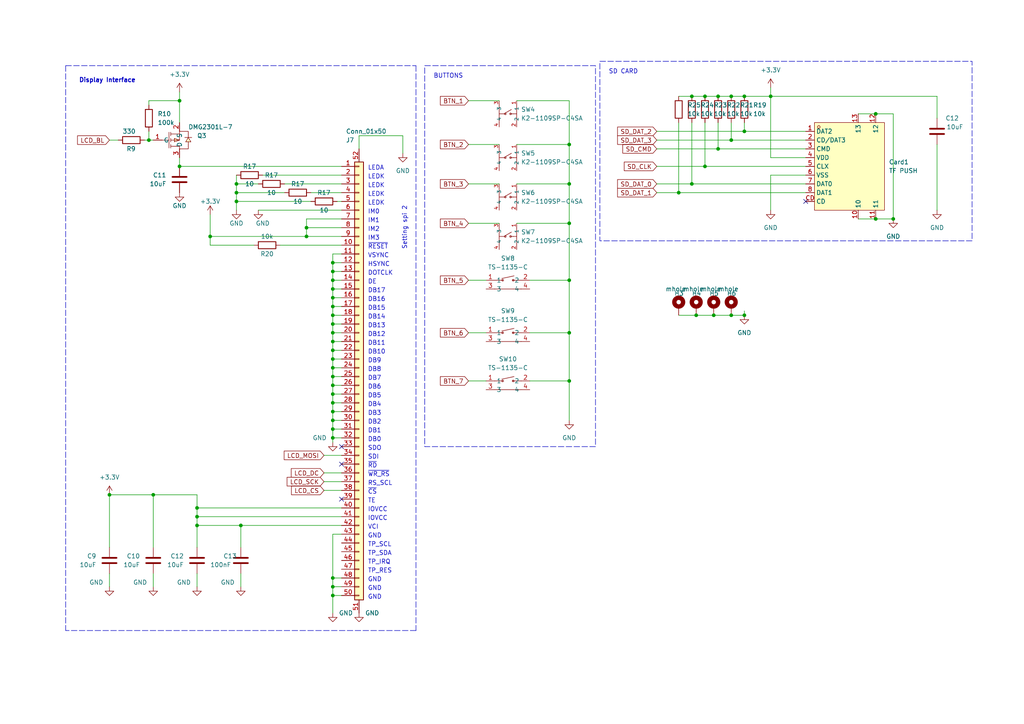
<source format=kicad_sch>
(kicad_sch (version 20230121) (generator eeschema)
  (paper "A4")
  (lib_symbols
    (symbol "Device:C" (pin_numbers hide) (pin_names (offset 0.254))
      (property "Reference" "C" (at 0.635 2.54 0))
      (property "Value" "C" (at 0.635 -2.54 0))
      (symbol "C_0_1"
        (polyline (pts (xy -2.032 -0.762) (xy 2.032 -0.762)) (stroke (width 0.508)))
        (polyline (pts (xy -2.032 0.762) (xy 2.032 0.762)) (stroke (width 0.508)))
      )
      (symbol "C_1_1"
        (pin passive line (at 0 3.81 270) (length 2.794) (name "~") (number "1"))
        (pin passive line (at 0 -3.81 90) (length 2.794) (name "~") (number "2"))
      )
    )
    (symbol "Device:R" (pin_numbers hide) (pin_names (offset 0))
      (property "Reference" "R" (at 2.032 0 90))
      (property "Value" "R" (at 0 0 90))
      (symbol "R_0_1"
        (rectangle (start -1.016 -2.54) (end 1.016 2.54) (stroke (width 0.254)))
      )
      (symbol "R_1_1"
        (pin passive line (at 0 3.81 270) (length 1.27) (name "~") (number "1"))
        (pin passive line (at 0 -3.81 90) (length 1.27) (name "~") (number "2"))
      )
    )
    (symbol "Mechanical:MountingHole_Pad" (pin_numbers hide) (pin_names (offset 1.016) hide)
      (property "Reference" "H" (at 0 6.35 0))
      (property "Value" "MountingHole_Pad" (at 0 4.445 0))
      (symbol "MountingHole_Pad_0_1"
        (circle (center 0 1.27) (radius 1.27) (stroke (width 1.27)))
      )
      (symbol "MountingHole_Pad_1_1"
        (pin input line (at 0 -2.54 90) (length 2.54) (name "1") (number "1"))
      )
    )
    (symbol "easyedaToKicad:DMG2301L-7"
      (property "Reference" "Q" (at 0 10.16 0))
      (property "Value" "DMG2301L-7" (at 0 -10.16 0))
      (symbol "DMG2301L-7_0_1"
        (polyline (pts (xy -2.54 0) (xy -0.51 0)))
        (polyline (pts (xy -0.51 2.29) (xy -0.51 -2.29)))
        (polyline (pts (xy 0 -2.29) (xy 0 -1.27)))
        (polyline (pts (xy 0 -0.51) (xy 0 0.51)))
        (polyline (pts (xy 0 2.29) (xy 0 1.27)))
        (polyline (pts (xy 2.54 -1.78) (xy 0 -1.78)))
        (polyline (pts (xy 2.54 0) (xy 1.02 0.51) (xy 1.02 -0.51) (xy 2.54 0)) (fill (type background)))
        (polyline (pts (xy 4.06 -0.76) (xy 4.57 -0.76) (xy 5.59 -0.76) (xy 6.1 -0.76)))
        (polyline (pts (xy 5.08 -0.76) (xy 5.84 0.51) (xy 4.32 0.51) (xy 5.08 -0.76)) (fill (type background)))
        (polyline (pts (xy 0 0) (xy 2.54 0) (xy 2.54 -2.54) (xy 5.08 -2.54) (xy 5.08 -0.76)))
        (polyline (pts (xy 0 1.78) (xy 2.54 1.78) (xy 2.54 2.54) (xy 5.08 2.54) (xy 5.08 0.51)))
        (pin unspecified line (at -5.08 0 0) (length 2.54) (name "G") (number "1"))
        (pin unspecified line (at 2.54 -5.08 90) (length 2.54) (name "S") (number "2"))
        (pin unspecified line (at 2.54 5.08 270) (length 2.54) (name "D") (number "3"))
      )
    )
    (symbol "easyedaToKicad:K2-1109SP-C4SA"
      (property "Reference" "SW4" (at 1.27 -3.81 90))
      (property "Value" "K2-1109SP-C4SA" (at -1.27 -3.81 90))
      (symbol "K2-1109SP-C4SA_0_1"
        (circle (center 0 -0.76) (radius 0.25))
        (polyline (pts (xy 0 -2.54) (xy 0 -1.52)))
        (polyline (pts (xy 0 -1.52) (xy 0 -0.76)))
        (polyline (pts (xy 0 2.54) (xy 0 0.76)))
        (polyline (pts (xy 1.27 -1.02) (xy 0.25 0.76)))
        (polyline (pts (xy 2.54 -2.54) (xy -2.54 -2.54)))
        (polyline (pts (xy 2.54 2.54) (xy -2.54 2.54)))
        (circle (center 0 0.76) (radius 0.25))
      )
      (symbol "K2-1109SP-C4SA_1_1"
        (pin unspecified line (at 3.81 -2.54 180) (length 1.2) (name "1") (number "1"))
        (pin unspecified line (at -3.81 -2.54 0) (length 1.2) (name "2") (number "2"))
        (pin unspecified line (at 3.81 2.54 180) (length 1.2) (name "3") (number "3"))
        (pin unspecified line (at -3.81 2.54 0) (length 1.25) (name "4") (number "4"))
      )
    )
    (symbol "easyedaToKicad:TFPUSH"
      (property "Reference" "Card1" (at 13.97 1.27 0))
      (property "Value" "TF PUSH" (at 13.97 -1.27 0))
      (symbol "TFPUSH_0_1"
        (rectangle (start -7.62 12.7) (end 12.7 -12.7) (fill (type background)))
        (circle (center -6.35 11.43) (radius 0.38))
        (pin unspecified line (at -10.16 10.16 0) (length 2.54) (name "DAT2") (number "1"))
        (pin unspecified line (at 5.08 -15.24 90) (length 2.54) (name "10") (number "10"))
        (pin unspecified line (at 10.16 -15.24 90) (length 2.54) (name "11") (number "11"))
        (pin unspecified line (at 10.16 15.24 270) (length 2.54) (name "12") (number "12"))
        (pin unspecified line (at 5.08 15.24 270) (length 2.54) (name "13") (number "13"))
        (pin unspecified line (at -10.16 7.62 0) (length 2.54) (name "CD/DAT3") (number "2"))
        (pin unspecified line (at -10.16 5.08 0) (length 2.54) (name "CMD") (number "3"))
        (pin unspecified line (at -10.16 2.54 0) (length 2.54) (name "VDD") (number "4"))
        (pin unspecified line (at -10.16 0 0) (length 2.54) (name "CLX") (number "5"))
        (pin unspecified line (at -10.16 -2.54 0) (length 2.54) (name "VSS") (number "6"))
        (pin unspecified line (at -10.16 -5.08 0) (length 2.54) (name "DAT0") (number "7"))
        (pin unspecified line (at -10.16 -7.62 0) (length 2.54) (name "DAT1") (number "8"))
      )
      (symbol "TFPUSH_1_1"
        (pin unspecified line (at -10.16 -10.16 0) (length 2.54) (name "CD") (number "CD"))
      )
    )
    (symbol "easyedaToKicad:TS-1135-C"
      (property "Reference" "SW" (at 0 6.35 0))
      (property "Value" "TS-1135-C" (at 0 -6.35 0))
      (symbol "TS-1135-C_0_1"
        (circle (center -1.52 1.27) (radius 0.25))
        (polyline (pts (xy -3.81 -1.27) (xy 3.81 -1.27)))
        (polyline (pts (xy -3.81 1.27) (xy -1.52 1.27)))
        (polyline (pts (xy -1.78 1.78) (xy 1.78 2.54)))
        (polyline (pts (xy 1.27 1.27) (xy 3.81 1.27)))
        (circle (center 1.52 1.27) (radius 0.25))
        (pin unspecified line (at -6.35 1.27 0) (length 2.54) (name "1") (number "1"))
        (pin unspecified line (at 6.35 1.27 180) (length 2.54) (name "2") (number "2"))
        (pin unspecified line (at -6.35 -1.27 0) (length 2.54) (name "3") (number "3"))
        (pin unspecified line (at 6.35 -1.27 180) (length 2.54) (name "4") (number "4"))
      )
    )
    (symbol "omoteLib:Conn_01x50" (pin_names (offset 1.016) hide)
      (property "Reference" "J8" (at -6.35 67.31 0))
      (property "Value" "Conn_01x50" (at -6.35 64.77 0))
      (symbol "Conn_01x50_1_1"
        (rectangle (start -1.27 -63.373) (end 0 -63.627) (stroke (width 0.1524)))
        (rectangle (start -1.27 -60.833) (end 0 -61.087) (stroke (width 0.1524)))
        (rectangle (start -1.27 -58.293) (end 0 -58.547) (stroke (width 0.1524)))
        (rectangle (start -1.27 -55.753) (end 0 -56.007) (stroke (width 0.1524)))
        (rectangle (start -1.27 -53.213) (end 0 -53.467) (stroke (width 0.1524)))
        (rectangle (start -1.27 -50.673) (end 0 -50.927) (stroke (width 0.1524)))
        (rectangle (start -1.27 -48.133) (end 0 -48.387) (stroke (width 0.1524)))
        (rectangle (start -1.27 -45.593) (end 0 -45.847) (stroke (width 0.1524)))
        (rectangle (start -1.27 -43.053) (end 0 -43.307) (stroke (width 0.1524)))
        (rectangle (start -1.27 -40.513) (end 0 -40.767) (stroke (width 0.1524)))
        (rectangle (start -1.27 -37.973) (end 0 -38.227) (stroke (width 0.1524)))
        (rectangle (start -1.27 -35.433) (end 0 -35.687) (stroke (width 0.1524)))
        (rectangle (start -1.27 -32.893) (end 0 -33.147) (stroke (width 0.1524)))
        (rectangle (start -1.27 -30.353) (end 0 -30.607) (stroke (width 0.1524)))
        (rectangle (start -1.27 -27.813) (end 0 -28.067) (stroke (width 0.1524)))
        (rectangle (start -1.27 -25.273) (end 0 -25.527) (stroke (width 0.1524)))
        (rectangle (start -1.27 -22.733) (end 0 -22.987) (stroke (width 0.1524)))
        (rectangle (start -1.27 -20.193) (end 0 -20.447) (stroke (width 0.1524)))
        (rectangle (start -1.27 -17.653) (end 0 -17.907) (stroke (width 0.1524)))
        (rectangle (start -1.27 -15.113) (end 0 -15.367) (stroke (width 0.1524)))
        (rectangle (start -1.27 -12.573) (end 0 -12.827) (stroke (width 0.1524)))
        (rectangle (start -1.27 -10.033) (end 0 -10.287) (stroke (width 0.1524)))
        (rectangle (start -1.27 -7.493) (end 0 -7.747) (stroke (width 0.1524)))
        (rectangle (start -1.27 -4.953) (end 0 -5.207) (stroke (width 0.1524)))
        (rectangle (start -1.27 -2.413) (end 0 -2.667) (stroke (width 0.1524)))
        (rectangle (start -1.27 0.127) (end 0 -0.127) (stroke (width 0.1524)))
        (rectangle (start -1.27 2.667) (end 0 2.413) (stroke (width 0.1524)))
        (rectangle (start -1.27 5.207) (end 0 4.953) (stroke (width 0.1524)))
        (rectangle (start -1.27 7.747) (end 0 7.493) (stroke (width 0.1524)))
        (rectangle (start -1.27 10.287) (end 0 10.033) (stroke (width 0.1524)))
        (rectangle (start -1.27 12.827) (end 0 12.573) (stroke (width 0.1524)))
        (rectangle (start -1.27 15.367) (end 0 15.113) (stroke (width 0.1524)))
        (rectangle (start -1.27 17.907) (end 0 17.653) (stroke (width 0.1524)))
        (rectangle (start -1.27 20.447) (end 0 20.193) (stroke (width 0.1524)))
        (rectangle (start -1.27 22.987) (end 0 22.733) (stroke (width 0.1524)))
        (rectangle (start -1.27 25.527) (end 0 25.273) (stroke (width 0.1524)))
        (rectangle (start -1.27 28.067) (end 0 27.813) (stroke (width 0.1524)))
        (rectangle (start -1.27 30.607) (end 0 30.353) (stroke (width 0.1524)))
        (rectangle (start -1.27 33.147) (end 0 32.893) (stroke (width 0.1524)))
        (rectangle (start -1.27 35.687) (end 0 35.433) (stroke (width 0.1524)))
        (rectangle (start -1.27 38.227) (end 0 37.973) (stroke (width 0.1524)))
        (rectangle (start -1.27 40.767) (end 0 40.513) (stroke (width 0.1524)))
        (rectangle (start -1.27 43.307) (end 0 43.053) (stroke (width 0.1524)))
        (rectangle (start -1.27 45.847) (end 0 45.593) (stroke (width 0.1524)))
        (rectangle (start -1.27 48.387) (end 0 48.133) (stroke (width 0.1524)))
        (rectangle (start -1.27 50.927) (end 0 50.673) (stroke (width 0.1524)))
        (rectangle (start -1.27 53.467) (end 0 53.213) (stroke (width 0.1524)))
        (rectangle (start -1.27 56.007) (end 0 55.753) (stroke (width 0.1524)))
        (rectangle (start -1.27 58.547) (end 0 58.293) (stroke (width 0.1524)))
        (rectangle (start -1.27 61.087) (end 0 60.833) (stroke (width 0.1524)))
        (rectangle (start -1.27 62.23) (end 1.27 -64.77) (stroke (width 0.254)) (fill (type background)))
        (pin passive line (at -5.08 60.96 0) (length 3.81) (name "Pin_1") (number "1"))
        (pin passive line (at -5.08 38.1 0) (length 3.81) (name "Pin_10") (number "10"))
        (pin passive line (at -5.08 35.56 0) (length 3.81) (name "Pin_11") (number "11"))
        (pin passive line (at -5.08 33.02 0) (length 3.81) (name "Pin_12") (number "12"))
        (pin passive line (at -5.08 30.48 0) (length 3.81) (name "Pin_13") (number "13"))
        (pin passive line (at -5.08 27.94 0) (length 3.81) (name "Pin_14") (number "14"))
        (pin passive line (at -5.08 25.4 0) (length 3.81) (name "Pin_15") (number "15"))
        (pin passive line (at -5.08 22.86 0) (length 3.81) (name "Pin_16") (number "16"))
        (pin passive line (at -5.08 20.32 0) (length 3.81) (name "Pin_17") (number "17"))
        (pin passive line (at -5.08 17.78 0) (length 3.81) (name "Pin_18") (number "18"))
        (pin passive line (at -5.08 15.24 0) (length 3.81) (name "Pin_19") (number "19"))
        (pin passive line (at -5.08 58.42 0) (length 3.81) (name "Pin_2") (number "2"))
        (pin passive line (at -5.08 12.7 0) (length 3.81) (name "Pin_20") (number "20"))
        (pin passive line (at -5.08 10.16 0) (length 3.81) (name "Pin_21") (number "21"))
        (pin passive line (at -5.08 7.62 0) (length 3.81) (name "Pin_22") (number "22"))
        (pin passive line (at -5.08 5.08 0) (length 3.81) (name "Pin_23") (number "23"))
        (pin passive line (at -5.08 2.54 0) (length 3.81) (name "Pin_24") (number "24"))
        (pin passive line (at -5.08 0 0) (length 3.81) (name "Pin_25") (number "25"))
        (pin passive line (at -5.08 -2.54 0) (length 3.81) (name "Pin_26") (number "26"))
        (pin passive line (at -5.08 -5.08 0) (length 3.81) (name "Pin_27") (number "27"))
        (pin passive line (at -5.08 -7.62 0) (length 3.81) (name "Pin_28") (number "28"))
        (pin passive line (at -5.08 -10.16 0) (length 3.81) (name "Pin_29") (number "29"))
        (pin passive line (at -5.08 55.88 0) (length 3.81) (name "Pin_3") (number "3"))
        (pin passive line (at -5.08 -12.7 0) (length 3.81) (name "Pin_30") (number "30"))
        (pin passive line (at -5.08 -15.24 0) (length 3.81) (name "Pin_31") (number "31"))
        (pin passive line (at -5.08 -17.78 0) (length 3.81) (name "Pin_32") (number "32"))
        (pin passive line (at -5.08 -20.32 0) (length 3.81) (name "Pin_33") (number "33"))
        (pin passive line (at -5.08 -22.86 0) (length 3.81) (name "Pin_34") (number "34"))
        (pin passive line (at -5.08 -25.4 0) (length 3.81) (name "Pin_35") (number "35"))
        (pin passive line (at -5.08 -27.94 0) (length 3.81) (name "Pin_36") (number "36"))
        (pin passive line (at -5.08 -30.48 0) (length 3.81) (name "Pin_37") (number "37"))
        (pin passive line (at -5.08 -33.02 0) (length 3.81) (name "Pin_38") (number "38"))
        (pin passive line (at -5.08 -35.56 0) (length 3.81) (name "Pin_39") (number "39"))
        (pin passive line (at -5.08 53.34 0) (length 3.81) (name "Pin_4") (number "4"))
        (pin passive line (at -5.08 -38.1 0) (length 3.81) (name "Pin_40") (number "40"))
        (pin passive line (at -5.08 -40.64 0) (length 3.81) (name "Pin_41") (number "41"))
        (pin passive line (at -5.08 -43.18 0) (length 3.81) (name "Pin_41") (number "42"))
        (pin passive line (at -5.08 -45.72 0) (length 3.81) (name "Pin_43") (number "43"))
        (pin passive line (at -5.08 -48.26 0) (length 3.81) (name "Pin_44") (number "44"))
        (pin passive line (at -5.08 -50.8 0) (length 3.81) (name "Pin_45") (number "45"))
        (pin passive line (at -5.08 -53.34 0) (length 3.81) (name "Pin_46") (number "46"))
        (pin passive line (at -5.08 -55.88 0) (length 3.81) (name "Pin_47") (number "47"))
        (pin passive line (at -5.08 -58.42 0) (length 3.81) (name "Pin_48") (number "48"))
        (pin passive line (at -5.08 -60.96 0) (length 3.81) (name "Pin_49") (number "49"))
        (pin passive line (at -5.08 50.8 0) (length 3.81) (name "Pin_5") (number "5"))
        (pin passive line (at -5.08 -63.5 0) (length 3.81) (name "Pin_50") (number "50"))
        (pin passive line (at 0 -68.58 90) (length 3.81) (name "MP") (number "51"))
        (pin passive line (at 0 66.04 270) (length 3.81) (name "MP") (number "52"))
        (pin passive line (at -5.08 48.26 0) (length 3.81) (name "Pin_6") (number "6"))
        (pin passive line (at -5.08 45.72 0) (length 3.81) (name "Pin_7") (number "7"))
        (pin passive line (at -5.08 43.18 0) (length 3.81) (name "Pin_8") (number "8"))
        (pin passive line (at -5.08 40.64 0) (length 3.81) (name "Pin_9") (number "9"))
      )
    )
    (symbol "power:+3.3V" (power) (pin_names (offset 0))
      (property "Value" "+3.3V" (at 0 3.556 0))
      (symbol "+3.3V_0_1"
        (polyline (pts (xy -0.762 1.27) (xy 0 2.54)))
        (polyline (pts (xy 0 0) (xy 0 2.54)))
        (polyline (pts (xy 0 2.54) (xy 0.762 1.27)))
      )
      (symbol "+3.3V_1_1"
        (pin power_in line (at 0 0 90) (length 0) hide (name "+3.3V") (number "1"))
      )
    )
    (symbol "power:GND" (power) (pin_names (offset 0))
      (property "Value" "GND" (at 0 -3.81 0))
      (symbol "GND_0_1"
        (polyline (pts (xy 0 0) (xy 0 -1.27) (xy 1.27 -1.27) (xy 0 -2.54) (xy -1.27 -1.27) (xy 0 -1.27)))
      )
      (symbol "GND_1_1"
        (pin power_in line (at 0 0 270) (length 0) hide (name "GND") (number "1"))
      )
    )
  )
  (junction (at 96.52 167.64))
  (junction (at 57.15 149.86))
  (junction (at 31.75 143.51))
  (junction (at 96.52 76.2))
  (junction (at 68.58 55.88))
  (junction (at 68.58 58.42))
  (junction (at 215.9 27.94))
  (junction (at 96.52 114.3))
  (junction (at 215.9 38.1))
  (junction (at 208.28 43.18))
  (junction (at 204.47 48.26))
  (junction (at 88.9 66.04))
  (junction (at 96.52 170.18))
  (junction (at 96.52 93.98))
  (junction (at 44.45 143.51))
  (junction (at 68.58 53.34))
  (junction (at 96.52 83.82))
  (junction (at 196.85 55.88))
  (junction (at 254 63.5))
  (junction (at 96.52 99.06))
  (junction (at 165.1 81.28))
  (junction (at 96.52 104.14))
  (junction (at 204.47 27.94))
  (junction (at 96.52 86.36))
  (junction (at 96.52 109.22))
  (junction (at 165.1 41.91))
  (junction (at 43.18 40.64))
  (junction (at 165.1 96.52))
  (junction (at 52.07 29.21))
  (junction (at 165.1 53.34))
  (junction (at 96.52 111.76))
  (junction (at 200.66 53.34))
  (junction (at 96.52 88.9))
  (junction (at 212.09 91.44))
  (junction (at 52.07 48.26))
  (junction (at 96.52 127))
  (junction (at 165.1 110.49))
  (junction (at 96.52 119.38))
  (junction (at 96.52 81.28))
  (junction (at 96.52 106.68))
  (junction (at 69.85 152.4))
  (junction (at 215.9 91.44))
  (junction (at 96.52 78.74))
  (junction (at 60.96 68.58))
  (junction (at 96.52 172.72))
  (junction (at 208.28 27.94))
  (junction (at 96.52 116.84))
  (junction (at 165.1 64.77))
  (junction (at 254 33.02))
  (junction (at 207.01 91.44))
  (junction (at 88.9 68.58))
  (junction (at 212.09 40.64))
  (junction (at 201.93 91.44))
  (junction (at 200.66 27.94))
  (junction (at 96.52 121.92))
  (junction (at 57.15 147.32))
  (junction (at 96.52 91.44))
  (junction (at 96.52 124.46))
  (junction (at 96.52 96.52))
  (junction (at 57.15 152.4))
  (junction (at 223.52 27.94))
  (junction (at 259.08 63.5))
  (junction (at 212.09 27.94))
  (junction (at 96.52 101.6))
  (no_connect (at 233.68 58.42))
  (no_connect (at 99.06 144.78))
  (no_connect (at 99.06 134.62))
  (no_connect (at 99.06 129.54))
  (wire (pts (xy 190.5 48.26) (xy 204.47 48.26)))
  (wire (pts (xy 135.89 81.28) (xy 140.97 81.28)))
  (wire (pts (xy 88.9 66.04) (xy 88.9 63.5)))
  (wire (pts (xy 96.52 119.38) (xy 99.06 119.38)))
  (wire (pts (xy 259.08 33.02) (xy 259.08 63.5)))
  (wire (pts (xy 149.86 41.91) (xy 165.1 41.91)))
  (wire (pts (xy 31.75 143.51) (xy 44.45 143.51)))
  (wire (pts (xy 96.52 114.3) (xy 96.52 116.84)))
  (wire (pts (xy 96.52 172.72) (xy 96.52 177.8)))
  (wire (pts (xy 200.66 27.94) (xy 204.47 27.94)))
  (wire (pts (xy 96.52 93.98) (xy 96.52 96.52)))
  (wire (pts (xy 116.84 44.45) (xy 116.84 39.37)))
  (wire (pts (xy 96.52 76.2) (xy 96.52 78.74)))
  (wire (pts (xy 99.06 170.18) (xy 96.52 170.18)))
  (wire (pts (xy 96.52 91.44) (xy 96.52 93.98)))
  (wire (pts (xy 52.07 29.21) (xy 52.07 35.56)))
  (wire (pts (xy 41.91 40.64) (xy 43.18 40.64)))
  (wire (pts (xy 208.28 27.94) (xy 212.09 27.94)))
  (wire (pts (xy 52.07 26.67) (xy 52.07 29.21)))
  (wire (pts (xy 212.09 27.94) (xy 215.9 27.94)))
  (wire (pts (xy 208.28 43.18) (xy 233.68 43.18)))
  (wire (pts (xy 254 63.5) (xy 259.08 63.5)))
  (wire (pts (xy 200.66 53.34) (xy 233.68 53.34)))
  (wire (pts (xy 196.85 55.88) (xy 233.68 55.88)))
  (wire (pts (xy 149.86 64.77) (xy 165.1 64.77)))
  (wire (pts (xy 57.15 149.86) (xy 99.06 149.86)))
  (wire (pts (xy 82.55 53.34) (xy 99.06 53.34)))
  (wire (pts (xy 135.89 110.49) (xy 140.97 110.49)))
  (wire (pts (xy 96.52 91.44) (xy 99.06 91.44)))
  (wire (pts (xy 223.52 25.4) (xy 223.52 27.94)))
  (polyline (pts (xy 120.65 19.05) (xy 120.65 182.88)) (stroke (width 0) (type dash)))
  (wire (pts (xy 74.93 60.96) (xy 99.06 60.96)))
  (wire (pts (xy 204.47 35.56) (xy 204.47 48.26)))
  (wire (pts (xy 99.06 68.58) (xy 88.9 68.58)))
  (wire (pts (xy 90.17 58.42) (xy 68.58 58.42)))
  (wire (pts (xy 223.52 50.8) (xy 233.68 50.8)))
  (wire (pts (xy 104.14 39.37) (xy 104.14 43.18)))
  (wire (pts (xy 90.17 55.88) (xy 99.06 55.88)))
  (wire (pts (xy 96.52 127) (xy 99.06 127)))
  (wire (pts (xy 99.06 154.94) (xy 96.52 154.94)))
  (wire (pts (xy 165.1 81.28) (xy 165.1 96.52)))
  (wire (pts (xy 248.92 33.02) (xy 254 33.02)))
  (wire (pts (xy 149.86 53.34) (xy 165.1 53.34)))
  (wire (pts (xy 96.52 119.38) (xy 96.52 121.92)))
  (wire (pts (xy 96.52 81.28) (xy 99.06 81.28)))
  (wire (pts (xy 196.85 91.44) (xy 201.93 91.44)))
  (wire (pts (xy 88.9 68.58) (xy 88.9 66.04)))
  (wire (pts (xy 254 33.02) (xy 259.08 33.02)))
  (wire (pts (xy 96.52 116.84) (xy 96.52 119.38)))
  (wire (pts (xy 52.07 48.26) (xy 99.06 48.26)))
  (wire (pts (xy 96.52 88.9) (xy 99.06 88.9)))
  (wire (pts (xy 96.52 76.2) (xy 99.06 76.2)))
  (wire (pts (xy 57.15 152.4) (xy 69.85 152.4)))
  (wire (pts (xy 153.67 81.28) (xy 165.1 81.28)))
  (wire (pts (xy 69.85 158.75) (xy 69.85 152.4)))
  (wire (pts (xy 96.52 83.82) (xy 96.52 86.36)))
  (wire (pts (xy 68.58 55.88) (xy 82.55 55.88)))
  (wire (pts (xy 204.47 27.94) (xy 208.28 27.94)))
  (wire (pts (xy 165.1 110.49) (xy 165.1 121.92)))
  (wire (pts (xy 96.52 88.9) (xy 96.52 91.44)))
  (wire (pts (xy 57.15 147.32) (xy 99.06 147.32)))
  (wire (pts (xy 96.52 73.66) (xy 96.52 76.2)))
  (wire (pts (xy 96.52 96.52) (xy 96.52 99.06)))
  (wire (pts (xy 68.58 58.42) (xy 68.58 60.96)))
  (wire (pts (xy 96.52 86.36) (xy 96.52 88.9)))
  (wire (pts (xy 165.1 29.21) (xy 149.86 29.21)))
  (wire (pts (xy 96.52 101.6) (xy 99.06 101.6)))
  (wire (pts (xy 96.52 99.06) (xy 96.52 101.6)))
  (wire (pts (xy 93.98 132.08) (xy 99.06 132.08)))
  (wire (pts (xy 200.66 35.56) (xy 200.66 53.34)))
  (wire (pts (xy 57.15 152.4) (xy 57.15 158.75)))
  (wire (pts (xy 204.47 48.26) (xy 233.68 48.26)))
  (wire (pts (xy 43.18 29.21) (xy 43.18 30.48)))
  (wire (pts (xy 96.52 111.76) (xy 99.06 111.76)))
  (wire (pts (xy 207.01 91.44) (xy 212.09 91.44)))
  (wire (pts (xy 99.06 63.5) (xy 88.9 63.5)))
  (wire (pts (xy 96.52 78.74) (xy 96.52 81.28)))
  (wire (pts (xy 96.52 167.64) (xy 96.52 170.18)))
  (wire (pts (xy 57.15 143.51) (xy 57.15 147.32)))
  (wire (pts (xy 135.89 96.52) (xy 140.97 96.52)))
  (wire (pts (xy 68.58 55.88) (xy 68.58 58.42)))
  (wire (pts (xy 60.96 71.12) (xy 73.66 71.12)))
  (wire (pts (xy 135.89 41.91) (xy 144.78 41.91)))
  (wire (pts (xy 96.52 96.52) (xy 99.06 96.52)))
  (wire (pts (xy 69.85 152.4) (xy 99.06 152.4)))
  (wire (pts (xy 223.52 45.72) (xy 233.68 45.72)))
  (wire (pts (xy 196.85 35.56) (xy 196.85 55.88)))
  (wire (pts (xy 57.15 149.86) (xy 57.15 147.32)))
  (wire (pts (xy 99.06 58.42) (xy 97.79 58.42)))
  (wire (pts (xy 223.52 60.96) (xy 223.52 50.8)))
  (wire (pts (xy 116.84 39.37) (xy 104.14 39.37)))
  (wire (pts (xy 68.58 53.34) (xy 68.58 55.88)))
  (wire (pts (xy 96.52 81.28) (xy 96.52 83.82)))
  (polyline (pts (xy 120.65 182.88) (xy 19.05 182.88)) (stroke (width 0) (type dash)))
  (wire (pts (xy 190.5 53.34) (xy 200.66 53.34)))
  (wire (pts (xy 96.52 106.68) (xy 96.52 109.22)))
  (wire (pts (xy 44.45 166.37) (xy 44.45 170.18)))
  (wire (pts (xy 99.06 167.64) (xy 96.52 167.64)))
  (wire (pts (xy 96.52 99.06) (xy 99.06 99.06)))
  (wire (pts (xy 96.52 116.84) (xy 99.06 116.84)))
  (wire (pts (xy 60.96 68.58) (xy 60.96 71.12)))
  (wire (pts (xy 215.9 38.1) (xy 233.68 38.1)))
  (wire (pts (xy 93.98 142.24) (xy 99.06 142.24)))
  (wire (pts (xy 165.1 53.34) (xy 165.1 64.77)))
  (wire (pts (xy 96.52 124.46) (xy 99.06 124.46)))
  (wire (pts (xy 57.15 152.4) (xy 57.15 149.86)))
  (wire (pts (xy 96.52 104.14) (xy 99.06 104.14)))
  (polyline (pts (xy 19.05 19.05) (xy 19.05 182.88)) (stroke (width 0) (type dash)))
  (wire (pts (xy 165.1 64.77) (xy 165.1 81.28)))
  (wire (pts (xy 271.78 27.94) (xy 223.52 27.94)))
  (wire (pts (xy 212.09 91.44) (xy 215.9 91.44)))
  (wire (pts (xy 190.5 43.18) (xy 208.28 43.18)))
  (wire (pts (xy 271.78 27.94) (xy 271.78 34.29)))
  (wire (pts (xy 31.75 166.37) (xy 31.75 170.18)))
  (wire (pts (xy 60.96 62.23) (xy 60.96 68.58)))
  (wire (pts (xy 69.85 166.37) (xy 69.85 170.18)))
  (wire (pts (xy 31.75 143.51) (xy 31.75 158.75)))
  (wire (pts (xy 96.52 170.18) (xy 96.52 172.72)))
  (wire (pts (xy 96.52 124.46) (xy 96.52 127)))
  (wire (pts (xy 96.52 93.98) (xy 99.06 93.98)))
  (wire (pts (xy 212.09 40.64) (xy 233.68 40.64)))
  (wire (pts (xy 43.18 29.21) (xy 52.07 29.21)))
  (wire (pts (xy 93.98 139.7) (xy 99.06 139.7)))
  (wire (pts (xy 96.52 114.3) (xy 99.06 114.3)))
  (wire (pts (xy 190.5 55.88) (xy 196.85 55.88)))
  (wire (pts (xy 96.52 109.22) (xy 99.06 109.22)))
  (wire (pts (xy 60.96 68.58) (xy 88.9 68.58)))
  (wire (pts (xy 96.52 121.92) (xy 96.52 124.46)))
  (wire (pts (xy 153.67 110.49) (xy 165.1 110.49)))
  (wire (pts (xy 96.52 78.74) (xy 99.06 78.74)))
  (wire (pts (xy 165.1 96.52) (xy 165.1 110.49)))
  (wire (pts (xy 153.67 96.52) (xy 165.1 96.52)))
  (wire (pts (xy 96.52 83.82) (xy 99.06 83.82)))
  (wire (pts (xy 215.9 35.56) (xy 215.9 38.1)))
  (wire (pts (xy 99.06 66.04) (xy 88.9 66.04)))
  (wire (pts (xy 96.52 104.14) (xy 96.52 106.68)))
  (wire (pts (xy 212.09 35.56) (xy 212.09 40.64)))
  (wire (pts (xy 96.52 128.27) (xy 96.52 127)))
  (wire (pts (xy 165.1 29.21) (xy 165.1 41.91)))
  (wire (pts (xy 135.89 64.77) (xy 144.78 64.77)))
  (wire (pts (xy 248.92 63.5) (xy 254 63.5)))
  (wire (pts (xy 196.85 27.94) (xy 200.66 27.94)))
  (polyline (pts (xy 19.05 19.05) (xy 120.65 19.05)) (stroke (width 0) (type dash)))
  (wire (pts (xy 96.52 106.68) (xy 99.06 106.68)))
  (wire (pts (xy 96.52 109.22) (xy 96.52 111.76)))
  (wire (pts (xy 201.93 91.44) (xy 207.01 91.44)))
  (wire (pts (xy 68.58 50.8) (xy 68.58 53.34)))
  (wire (pts (xy 96.52 86.36) (xy 99.06 86.36)))
  (wire (pts (xy 68.58 53.34) (xy 74.93 53.34)))
  (wire (pts (xy 43.18 38.1) (xy 43.18 40.64)))
  (wire (pts (xy 31.75 40.64) (xy 34.29 40.64)))
  (wire (pts (xy 44.45 40.64) (xy 43.18 40.64)))
  (wire (pts (xy 99.06 172.72) (xy 96.52 172.72)))
  (wire (pts (xy 99.06 50.8) (xy 76.2 50.8)))
  (wire (pts (xy 135.89 53.34) (xy 144.78 53.34)))
  (wire (pts (xy 215.9 91.44) (xy 215.9 90.17)))
  (wire (pts (xy 52.07 45.72) (xy 52.07 48.26)))
  (wire (pts (xy 96.52 111.76) (xy 96.52 114.3)))
  (wire (pts (xy 190.5 40.64) (xy 212.09 40.64)))
  (wire (pts (xy 96.52 121.92) (xy 99.06 121.92)))
  (wire (pts (xy 81.28 71.12) (xy 99.06 71.12)))
  (wire (pts (xy 208.28 35.56) (xy 208.28 43.18)))
  (wire (pts (xy 96.52 73.66) (xy 99.06 73.66)))
  (wire (pts (xy 271.78 41.91) (xy 271.78 60.96)))
  (wire (pts (xy 57.15 166.37) (xy 57.15 170.18)))
  (wire (pts (xy 44.45 143.51) (xy 57.15 143.51)))
  (wire (pts (xy 93.98 137.16) (xy 99.06 137.16)))
  (wire (pts (xy 215.9 27.94) (xy 223.52 27.94)))
  (wire (pts (xy 165.1 41.91) (xy 165.1 53.34)))
  (wire (pts (xy 96.52 101.6) (xy 96.52 104.14)))
  (wire (pts (xy 135.89 29.21) (xy 144.78 29.21)))
  (wire (pts (xy 223.52 27.94) (xy 223.52 45.72)))
  (wire (pts (xy 96.52 154.94) (xy 96.52 167.64)))
  (wire (pts (xy 190.5 38.1) (xy 215.9 38.1)))
  (wire (pts (xy 44.45 143.51) (xy 44.45 158.75)))
  (rectangle (start 123.19 19.05) (end 172.72 129.54) (stroke (width 0) (type dash)))
  (rectangle (start 173.99 17.78) (end 281.94 69.85) (stroke (width 0) (type dash)))
  (text "DB1" (at 106.68 125.73 0) (effects (font (size 1.27 1.27)) (justify left bottom)))
  (text "DB10" (at 106.68 102.87 0) (effects (font (size 1.27 1.27)) (justify left bottom)))
  (text "TP_IRQ" (at 106.68 163.83 0) (effects (font (size 1.27 1.27)) (justify left bottom)))
  (text "TE" (at 106.68 146.05 0) (effects (font (size 1.27 1.27)) (justify left bottom)))
  (text "DB9" (at 106.68 105.41 0) (effects (font (size 1.27 1.27)) (justify left bottom)))
  (text "DB2" (at 106.68 123.19 0) (effects (font (size 1.27 1.27)) (justify left bottom)))
  (text "~{CS}" (at 106.68 143.51 0) (effects (font (size 1.27 1.27)) (justify left bottom)))
  (text "TP_SDA" (at 106.68 161.29 0) (effects (font (size 1.27 1.27)) (justify left bottom)))
  (text "IM0" (at 106.68 62.23 0) (effects (font (size 1.27 1.27)) (justify left bottom)))
  (text "Setting spi 2" (at 118.11 59.69 90) (effects (font (size 1.27 1.27)) (justify right bottom)))
  (text "RS_SCL" (at 106.68 140.97 0) (effects (font (size 1.27 1.27)) (justify left bottom)))
  (text "Display Interface" (at 22.86 24.13 0) (effects (font (size 1.27 1.27) (thickness 0.254) bold) (justify left bottom)))
  (text "DOTCLK" (at 106.68 80.01 0) (effects (font (size 1.27 1.27)) (justify left bottom)))
  (text "DB13" (at 106.68 95.25 0) (effects (font (size 1.27 1.27)) (justify left bottom)))
  (text "DE" (at 106.68 82.55 0) (effects (font (size 1.27 1.27)) (justify left bottom)))
  (text "DB7" (at 106.68 110.49 0) (effects (font (size 1.27 1.27)) (justify left bottom)))
  (text "GND" (at 106.68 156.21 0) (effects (font (size 1.27 1.27)) (justify left bottom)))
  (text "IOVCC" (at 106.68 151.13 0) (effects (font (size 1.27 1.27)) (justify left bottom)))
  (text "IM3" (at 106.68 69.85 0) (effects (font (size 1.27 1.27)) (justify left bottom)))
  (text "DB17" (at 106.68 85.09 0) (effects (font (size 1.27 1.27)) (justify left bottom)))
  (text "DB15" (at 106.68 90.17 0) (effects (font (size 1.27 1.27)) (justify left bottom)))
  (text "SD CARD\n" (at 176.53 21.59 0) (effects (font (size 1.27 1.27)) (justify left bottom)))
  (text "LEDK" (at 106.68 52.07 0) (effects (font (size 1.27 1.27)) (justify left bottom)))
  (text "LEDK" (at 106.68 57.15 0) (effects (font (size 1.27 1.27)) (justify left bottom)))
  (text "IM1" (at 106.68 64.77 0) (effects (font (size 1.27 1.27)) (justify left bottom)))
  (text "DB8" (at 106.68 107.95 0) (effects (font (size 1.27 1.27)) (justify left bottom)))
  (text "GND" (at 106.68 168.91 0) (effects (font (size 1.27 1.27)) (justify left bottom)))
  (text "GND" (at 106.68 171.45 0) (effects (font (size 1.27 1.27)) (justify left bottom)))
  (text "DB3" (at 106.68 120.65 0) (effects (font (size 1.27 1.27)) (justify left bottom)))
  (text "DB4" (at 106.68 118.11 0) (effects (font (size 1.27 1.27)) (justify left bottom)))
  (text "DB14" (at 106.68 92.71 0) (effects (font (size 1.27 1.27)) (justify left bottom)))
  (text "DB16" (at 106.68 87.63 0) (effects (font (size 1.27 1.27)) (justify left bottom)))
  (text "VCI" (at 106.68 153.67 0) (effects (font (size 1.27 1.27)) (justify left bottom)))
  (text "DB6" (at 106.68 113.03 0) (effects (font (size 1.27 1.27)) (justify left bottom)))
  (text "SDI" (at 106.68 133.35 0) (effects (font (size 1.27 1.27)) (justify left bottom)))
  (text "LEDK" (at 106.68 59.69 0) (effects (font (size 1.27 1.27)) (justify left bottom)))
  (text "~{WR_RS}" (at 106.68 138.43 0) (effects (font (size 1.27 1.27)) (justify left bottom)))
  (text "LEDK" (at 106.68 54.61 0) (effects (font (size 1.27 1.27)) (justify left bottom)))
  (text "SDO" (at 106.68 130.81 0) (effects (font (size 1.27 1.27)) (justify left bottom)))
  (text "TP_RES" (at 106.68 166.37 0) (effects (font (size 1.27 1.27)) (justify left bottom)))
  (text "VSYNC" (at 106.68 74.93 0) (effects (font (size 1.27 1.27)) (justify left bottom)))
  (text "DB12" (at 106.68 97.79 0) (effects (font (size 1.27 1.27)) (justify left bottom)))
  (text "DB5" (at 106.68 115.57 0) (effects (font (size 1.27 1.27)) (justify left bottom)))
  (text "~{RESET}" (at 106.68 72.39 0) (effects (font (size 1.27 1.27)) (justify left bottom)))
  (text "GND" (at 106.68 173.99 0) (effects (font (size 1.27 1.27)) (justify left bottom)))
  (text "HSYNC" (at 106.68 77.47 0) (effects (font (size 1.27 1.27)) (justify left bottom)))
  (text "~{RD}" (at 106.68 135.89 0) (effects (font (size 1.27 1.27)) (justify left bottom)))
  (text "IM2" (at 106.68 67.31 0) (effects (font (size 1.27 1.27)) (justify left bottom)))
  (text "TP_SCL" (at 106.68 158.75 0) (effects (font (size 1.27 1.27)) (justify left bottom)))
  (text "BUTTONS\n" (at 125.73 22.86 0) (effects (font (size 1.27 1.27)) (justify left bottom)))
  (text "LEDA" (at 106.68 49.53 0) (effects (font (size 1.27 1.27)) (justify left bottom)))
  (text "DB11" (at 106.68 100.33 0) (effects (font (size 1.27 1.27)) (justify left bottom)))
  (text "IOVCC" (at 106.68 148.59 0) (effects (font (size 1.27 1.27)) (justify left bottom)))
  (text "DB0" (at 106.68 128.27 0) (effects (font (size 1.27 1.27)) (justify left bottom)))
  (global_label "BTN_5" (shape input) (at 135.89 81.28 180) (property "Intersheetrefs" "${INTERSHEET_REFS}" (effects hide)))
  (global_label "BTN_2" (shape input) (at 135.89 41.91 180) (property "Intersheetrefs" "${INTERSHEET_REFS}" (effects hide)))
  (global_label "SD_CLK" (shape input) (at 190.5 48.26 180) (property "Intersheetrefs" "${INTERSHEET_REFS}" (effects hide)))
  (global_label "SD_CMD" (shape input) (at 190.5 43.18 180) (property "Intersheetrefs" "${INTERSHEET_REFS}" (effects hide)))
  (global_label "BTN_6" (shape input) (at 135.89 96.52 180) (property "Intersheetrefs" "${INTERSHEET_REFS}" (effects hide)))
  (global_label "BTN_4" (shape input) (at 135.89 64.77 180) (property "Intersheetrefs" "${INTERSHEET_REFS}" (effects hide)))
  (global_label "SD_DAT_1" (shape input) (at 190.5 55.88 180) (property "Intersheetrefs" "${INTERSHEET_REFS}" (effects hide)))
  (global_label "SD_DAT_2" (shape input) (at 190.5 38.1 180) (property "Intersheetrefs" "${INTERSHEET_REFS}" (effects hide)))
  (global_label "BTN_3" (shape input) (at 135.89 53.34 180) (property "Intersheetrefs" "${INTERSHEET_REFS}" (effects hide)))
  (global_label "BTN_1" (shape input) (at 135.89 29.21 180) (property "Intersheetrefs" "${INTERSHEET_REFS}" (effects hide)))
  (global_label "LCD_MOSI" (shape input) (at 93.98 132.08 180) (property "Intersheetrefs" "${INTERSHEET_REFS}" (effects hide)))
  (global_label "LCD_DC" (shape input) (at 93.98 137.16 180) (property "Intersheetrefs" "${INTERSHEET_REFS}" (effects hide)))
  (global_label "SD_DAT_3" (shape input) (at 190.5 40.64 180) (property "Intersheetrefs" "${INTERSHEET_REFS}" (effects hide)))
  (global_label "LCD_BL" (shape input) (at 31.75 40.64 180) (property "Intersheetrefs" "${INTERSHEET_REFS}" (effects hide)))
  (global_label "SD_DAT_0" (shape input) (at 190.5 53.34 180) (property "Intersheetrefs" "${INTERSHEET_REFS}" (effects hide)))
  (global_label "BTN_7" (shape input) (at 135.89 110.49 180) (property "Intersheetrefs" "${INTERSHEET_REFS}" (effects hide)))
  (global_label "LCD_SCK" (shape input) (at 93.98 139.7 180) (property "Intersheetrefs" "${INTERSHEET_REFS}" (effects hide)))
  (global_label "LCD_CS" (shape input) (at 93.98 142.24 180) (property "Intersheetrefs" "${INTERSHEET_REFS}" (effects hide)))
  (symbol (lib_id "Mechanical:MountingHole_Pad") (at 201.93 88.9 0) (unit 1)
    (property "Reference" "H4" (at 200.66 85.09 0) (effects (justify left)))
    (property "Value" "mhole" (at 198.12 83.82 0) (effects (justify left)))
    (property "Footprint" "MountingHole:MountingHole_3.2mm_M3_ISO7380_Pad" (effects hide))
  )
  (symbol (lib_id "Device:R") (at 78.74 53.34 270) (unit 1)
    (property "Reference" "R17" (at 78.74 50.8 90))
    (property "Value" "10" (at 78.74 55.88 90))
    (property "Footprint" "Resistor_SMD:R_0603_1608Metric" (effects hide))
    (instances (project "Untitled" (path "" (reference "R17") (unit 1)) (path "" (reference "R2") (unit 1))) (project "Remote" (path "" (reference "R17") (unit 1))))
  )
  (symbol (lib_id "power:GND") (at 116.84 44.45 0) (unit 1)
    (property "Reference" "#PWR07" (effects hide))
    (property "Value" "GND" (at 116.84 49.53 0))
  )
  (symbol (lib_id "easyedaToKicad:TS-1135-C") (at 147.32 82.55 0) (unit 1)
    (property "Reference" "SW8" (at 147.32 74.93 0))
    (property "Value" "TS-1135-C" (at 147.32 77.47 0))
    (property "Footprint" "easyeda2kicad:SW-SMD_YIYUAN_YTS-B017-2H" (effects hide))
    (property "LCSC Part" "C519275" (effects hide))
  )
  (symbol (lib_id "power:GND") (at 57.15 170.18 0) (unit 1)
    (property "Reference" "#PWR041" (effects hide))
    (property "Value" "GND" (at 53.34 168.91 0))
    (instances (project "Untitled" (path "" (reference "#PWR041") (unit 1)) (path "" (reference "#PWR069") (unit 1))) (project "Remote" (path "" (reference "#PWR038") (unit 1))))
  )
  (symbol (lib_id "Device:R") (at 77.47 71.12 90) (mirror x) (unit 1)
    (property "Reference" "R20" (at 77.47 73.66 90))
    (property "Value" "10k" (at 77.47 68.58 90))
    (property "Footprint" "Resistor_SMD:R_0603_1608Metric" (effects hide))
    (instances (project "Untitled" (path "" (reference "R20") (unit 1)) (path "" (reference "R40") (unit 1))) (project "Remote" (path "" (reference "R19") (unit 1))))
  )
  (symbol (lib_id "power:GND") (at 259.08 63.5 0) (mirror y) (unit 1)
    (property "Reference" "#PWR022" (effects hide))
    (property "Value" "GND" (at 259.08 68.58 0))
    (instances (project "Untitled" (path "" (reference "#PWR022") (unit 1)) (path "" (reference "#PWR074") (unit 1))))
  )
  (symbol (lib_id "Device:R") (at 208.28 31.75 180) (unit 1)
    (property "Reference" "R22" (at 210.82 30.4799 0) (effects (justify right)))
    (property "Value" "10k" (at 210.82 33.0199 0) (effects (justify right)))
    (property "Footprint" "Resistor_SMD:R_0603_1608Metric" (effects hide))
    (instances (project "Untitled" (path "" (reference "R22") (unit 1)) (path "" (reference "R29") (unit 1))) (project "Remote" (path "" (reference "R26") (unit 1))))
  )
  (symbol (lib_id "Device:C") (at 52.07 52.07 0) (mirror x) (unit 1)
    (property "Reference" "C11" (at 48.26 50.8 0) (effects (justify right)))
    (property "Value" "10uF" (at 48.26 53.3399 0) (effects (justify right)))
    (property "Footprint" "Capacitor_SMD:C_0805_2012Metric" (effects hide))
    (instances (project "Untitled" (path "" (reference "C11") (unit 1)) (path "" (reference "C18") (unit 1))) (project "Remote" (path "" (reference "C16") (unit 1))))
  )
  (symbol (lib_id "Device:R") (at 38.1 40.64 270) (mirror x) (unit 1)
    (property "Reference" "R9" (at 39.37 43.18 90) (effects (justify right)))
    (property "Value" "330" (at 39.37 38.1 90) (effects (justify right)))
    (property "Footprint" "Resistor_SMD:R_0603_1608Metric" (effects hide))
    (instances (project "Untitled" (path "" (reference "R9") (unit 1)) (path "" (reference "R32") (unit 1))) (project "Remote" (path "" (reference "R29") (unit 1))))
  )
  (symbol (lib_id "power:+3.3V") (at 60.96 62.23 0) (unit 1)
    (property "Reference" "#PWR019" (effects hide))
    (property "Value" "+3.3V" (at 60.96 58.42 0))
  )
  (symbol (lib_id "power:GND") (at 31.75 170.18 0) (unit 1)
    (property "Reference" "#PWR033" (effects hide))
    (property "Value" "GND" (at 27.94 168.91 0))
    (instances (project "Untitled" (path "" (reference "#PWR033") (unit 1)) (path "" (reference "#PWR059") (unit 1))) (project "Remote" (path "" (reference "#PWR040") (unit 1))))
  )
  (symbol (lib_id "easyedaToKicad:K2-1109SP-C4SA") (at 147.32 33.02 90) (unit 1)
    (property "Reference" "SW4" (at 151.13 31.75 90) (effects (justify right)))
    (property "Value" "K2-1109SP-C4SA" (at 151.13 34.29 90) (effects (justify right)))
    (property "Footprint" "easyeda2kicad:KEY-SMD_4P-L4.5-W4.5-P3.00-LS7.0" (effects hide))
    (property "Datasheet" "https://lcsc.com/product-detail/Tactile-Switches_4-5mm-4-5mm-4-8mm_C92570.html" (effects hide))
    (property "LCSC Part" "C92570" (effects hide))
  )
  (symbol (lib_id "easyedaToKicad:DMG2301L-7") (at 49.53 40.64 0) (mirror x) (unit 1)
    (property "Reference" "Q3" (at 57.15 39.37 0) (effects (justify left)))
    (property "Value" "DMG2301L-7" (at 54.61 36.83 0) (effects (justify left)))
    (property "Footprint" "easyeda2kicad:SOT-23-3_L2.9-W1.3-P1.90-LS2.4-BR" (effects hide))
    (property "Datasheet" "https://lcsc.com/product-detail/MOSFET_DIODES_DMG2301L-7_DMG2301L-7_C102619.html" (effects hide))
    (property "LCSC Part" "C102619" (effects hide))
  )
  (symbol (lib_id "easyedaToKicad:K2-1109SP-C4SA") (at 147.32 45.72 90) (unit 1)
    (property "Reference" "SW5" (at 151.13 44.45 90) (effects (justify right)))
    (property "Value" "K2-1109SP-C4SA" (at 151.13 46.99 90) (effects (justify right)))
    (property "Footprint" "easyeda2kicad:KEY-SMD_4P-L4.5-W4.5-P3.00-LS7.0" (effects hide))
    (property "Datasheet" "https://lcsc.com/product-detail/Tactile-Switches_4-5mm-4-5mm-4-8mm_C92570.html" (effects hide))
    (property "LCSC Part" "C92570" (effects hide))
  )
  (symbol (lib_id "power:GND") (at 96.52 128.27 0) (mirror y) (unit 1)
    (property "Reference" "#PWR047" (effects hide))
    (property "Value" "GND" (at 92.71 127 0))
    (instances (project "Untitled" (path "" (reference "#PWR047") (unit 1)) (path "" (reference "#PWR075") (unit 1))) (project "Remote" (path "" (reference "#PWR037") (unit 1))))
  )
  (symbol (lib_id "Device:R") (at 86.36 55.88 270) (unit 1)
    (property "Reference" "R17" (at 86.36 53.34 90))
    (property "Value" "10" (at 86.36 58.42 90))
    (property "Footprint" "Resistor_SMD:R_0603_1608Metric" (effects hide))
    (instances (project "Untitled" (path "" (reference "R17") (unit 1)) (path "" (reference "R11") (unit 1))) (project "Remote" (path "" (reference "R17") (unit 1))))
  )
  (symbol (lib_id "Device:C") (at 69.85 162.56 0) (mirror y) (unit 1)
    (property "Reference" "C13" (at 64.77 161.29 0) (effects (justify right)))
    (property "Value" "100nF" (at 60.96 163.83 0) (effects (justify right)))
    (property "Footprint" "Capacitor_SMD:C_0603_1608Metric" (effects hide))
    (instances (project "Untitled" (path "" (reference "C13") (unit 1)) (path "" (reference "C20") (unit 1))) (project "Remote" (path "" (reference "C9") (unit 1))))
  )
  (symbol (lib_id "easyedaToKicad:TS-1135-C") (at 147.32 97.79 0) (unit 1)
    (property "Reference" "SW9" (at 147.32 90.17 0))
    (property "Value" "TS-1135-C" (at 147.32 92.71 0))
    (property "Footprint" "easyeda2kicad:SW-SMD_YIYUAN_YTS-B017-2H" (effects hide))
    (property "LCSC Part" "C519275" (effects hide))
  )
  (symbol (lib_id "power:GND") (at 52.07 55.88 0) (unit 1)
    (property "Reference" "#PWR038" (effects hide))
    (property "Value" "GND" (at 52.07 59.69 0))
    (instances (project "Untitled" (path "" (reference "#PWR038") (unit 1)) (path "" (reference "#PWR067") (unit 1))) (project "Remote" (path "" (reference "#PWR0134") (unit 1))))
  )
  (symbol (lib_id "power:GND") (at 104.14 177.8 0) (unit 1)
    (property "Reference" "#PWR049" (effects hide))
    (property "Value" "GND" (at 107.95 177.8 0))
    (instances (project "Untitled" (path "" (reference "#PWR049") (unit 1)) (path "" (reference "#PWR077") (unit 1))) (project "Remote" (path "" (reference "#PWR0106") (unit 1))))
  )
  (symbol (lib_id "Device:R") (at 215.9 31.75 180) (unit 1)
    (property "Reference" "R19" (at 218.44 30.4799 0) (effects (justify right)))
    (property "Value" "10k" (at 218.44 33.0199 0) (effects (justify right)))
    (property "Footprint" "Resistor_SMD:R_0603_1608Metric" (effects hide))
    (instances (project "Untitled" (path "" (reference "R19") (unit 1)) (path "" (reference "R31") (unit 1))) (project "Remote" (path "" (reference "R26") (unit 1))))
  )
  (symbol (lib_id "power:GND") (at 44.45 170.18 0) (unit 1)
    (property "Reference" "#PWR036" (effects hide))
    (property "Value" "GND" (at 40.64 168.91 0))
    (instances (project "Untitled" (path "" (reference "#PWR036") (unit 1)) (path "" (reference "#PWR065") (unit 1))) (project "Remote" (path "" (reference "#PWR039") (unit 1))))
  )
  (symbol (lib_id "Device:R") (at 196.85 31.75 180) (unit 1)
    (property "Reference" "R25" (at 199.39 30.4799 0) (effects (justify right)))
    (property "Value" "10k" (at 199.39 33.0199 0) (effects (justify right)))
    (property "Footprint" "Resistor_SMD:R_0603_1608Metric" (effects hide))
    (instances (project "Untitled" (path "" (reference "R25") (unit 1)) (path "" (reference "R26") (unit 1))) (project "Remote" (path "" (reference "R26") (unit 1))))
  )
  (symbol (lib_id "Device:C") (at 44.45 162.56 0) (mirror x) (unit 1)
    (property "Reference" "C10" (at 40.64 161.2899 0) (effects (justify right)))
    (property "Value" "10uF" (at 40.64 163.8299 0) (effects (justify right)))
    (property "Footprint" "Capacitor_SMD:C_0805_2012Metric" (effects hide))
    (instances (project "Untitled" (path "" (reference "C10") (unit 1)) (path "" (reference "C17") (unit 1))) (project "Remote" (path "" (reference "C8") (unit 1))))
  )
  (symbol (lib_id "easyedaToKicad:TS-1135-C") (at 147.32 111.76 0) (unit 1)
    (property "Reference" "SW10" (at 147.32 104.14 0))
    (property "Value" "TS-1135-C" (at 147.32 106.68 0))
    (property "Footprint" "easyeda2kicad:SW-SMD_YIYUAN_YTS-B017-2H" (effects hide))
    (property "LCSC Part" "C519275" (effects hide))
  )
  (symbol (lib_id "Device:R") (at 200.66 31.75 180) (unit 1)
    (property "Reference" "R24" (at 203.2 30.4799 0) (effects (justify right)))
    (property "Value" "10k" (at 203.2 33.0199 0) (effects (justify right)))
    (property "Footprint" "Resistor_SMD:R_0603_1608Metric" (effects hide))
    (instances (project "Untitled" (path "" (reference "R24") (unit 1)) (path "" (reference "R27") (unit 1))) (project "Remote" (path "" (reference "R26") (unit 1))))
  )
  (symbol (lib_id "omoteLib:Conn_01x50") (at 104.14 109.22 0) (unit 1)
    (property "Reference" "J7" (at 100.33 40.64 0) (effects (justify left)))
    (property "Value" "Conn_01x50" (at 100.33 38.1 0) (effects (justify left)))
    (property "Footprint" "easyeda2kicad:FPC-SMD_AFC01-S50FCC-00" (effects hide))
    (instances (project "Untitled" (path "" (reference "J7") (unit 1)) (path "" (reference "J8") (unit 1))) (project "Remote" (path "" (reference "J2") (unit 1))))
  )
  (symbol (lib_id "Device:C") (at 31.75 162.56 0) (mirror x) (unit 1)
    (property "Reference" "C9" (at 27.94 161.29 0) (effects (justify right)))
    (property "Value" "10uF" (at 27.94 163.8299 0) (effects (justify right)))
    (property "Footprint" "Capacitor_SMD:C_0805_2012Metric" (effects hide))
    (instances (project "Untitled" (path "" (reference "C9") (unit 1)) (path "" (reference "C16") (unit 1))) (project "Remote" (path "" (reference "C7") (unit 1))))
  )
  (symbol (lib_id "power:+3.3V") (at 223.52 25.4 0) (unit 1)
    (property "Reference" "#PWR030" (effects hide))
    (property "Value" "+3.3V" (at 223.52 20.32 0))
    (instances (project "Untitled" (path "" (reference "#PWR030") (unit 1)) (path "" (reference "#PWR043") (unit 1))))
  )
  (symbol (lib_id "power:GND") (at 74.93 60.96 0) (unit 1)
    (property "Reference" "#PWR045" (effects hide))
    (property "Value" "GND" (at 76.2 64.77 0))
    (instances (project "Untitled" (path "" (reference "#PWR045") (unit 1)) (path "" (reference "#PWR072") (unit 1))) (project "Remote" (path "" (reference "#PWR0131") (unit 1))))
  )
  (symbol (lib_id "power:GND") (at 96.52 177.8 0) (unit 1)
    (property "Reference" "#PWR048" (effects hide))
    (property "Value" "GND" (at 100.33 177.8 0))
    (instances (project "Untitled" (path "" (reference "#PWR048") (unit 1)) (path "" (reference "#PWR076") (unit 1))) (project "Remote" (path "" (reference "#PWR0125") (unit 1))))
  )
  (symbol (lib_id "power:GND") (at 68.58 60.96 0) (unit 1)
    (property "Reference" "#PWR038" (effects hide))
    (property "Value" "GND" (at 68.58 64.77 0))
    (instances (project "Untitled" (path "" (reference "#PWR038") (unit 1)) (path "" (reference "#PWR031") (unit 1))) (project "Remote" (path "" (reference "#PWR0134") (unit 1))))
  )
  (symbol (lib_id "Mechanical:MountingHole_Pad") (at 196.85 88.9 0) (unit 1)
    (property "Reference" "H3" (at 195.58 85.09 0) (effects (justify left)))
    (property "Value" "mhole" (at 193.04 83.82 0) (effects (justify left)))
    (property "Footprint" "MountingHole:MountingHole_3.2mm_M3_ISO7380_Pad" (effects hide))
  )
  (symbol (lib_id "power:GND") (at 215.9 91.44 0) (unit 1)
    (property "Reference" "#PWR011" (effects hide))
    (property "Value" "GND" (at 215.9 96.52 0))
  )
  (symbol (lib_id "easyedaToKicad:TFPUSH") (at 243.84 48.26 0) (unit 1)
    (property "Reference" "Card1" (at 257.81 46.99 0) (effects (justify left)))
    (property "Value" "TF PUSH" (at 257.81 49.53 0) (effects (justify left)))
    (property "Footprint" "easyeda2kicad:TF-SMD_TF-PUSH" (effects hide))
    (property "Datasheet" "https://lcsc.com/product-detail/Connector-Card-Sockets_SHOU-HAN-SHOU-HAN-TFDeck-TF-Deck_C393941.html" (effects hide))
    (property "LCSC Part" "C393941" (effects hide))
  )
  (symbol (lib_id "easyedaToKicad:K2-1109SP-C4SA") (at 147.32 57.15 90) (unit 1)
    (property "Reference" "SW6" (at 151.13 55.88 90) (effects (justify right)))
    (property "Value" "K2-1109SP-C4SA" (at 151.13 58.42 90) (effects (justify right)))
    (property "Footprint" "easyeda2kicad:KEY-SMD_4P-L4.5-W4.5-P3.00-LS7.0" (effects hide))
    (property "Datasheet" "https://lcsc.com/product-detail/Tactile-Switches_4-5mm-4-5mm-4-8mm_C92570.html" (effects hide))
    (property "LCSC Part" "C92570" (effects hide))
  )
  (symbol (lib_id "Device:C") (at 271.78 38.1 0) (mirror x) (unit 1)
    (property "Reference" "C12" (at 278.13 34.29 0) (effects (justify right)))
    (property "Value" "10uF" (at 279.4 36.83 0) (effects (justify right)))
    (property "Footprint" "Capacitor_SMD:C_0805_2012Metric" (effects hide))
    (instances (project "Untitled" (path "" (reference "C12") (unit 1)) (path "" (reference "C15") (unit 1))) (project "Remote" (path "" (reference "C25") (unit 1))))
  )
  (symbol (lib_id "Device:R") (at 212.09 31.75 180) (unit 1)
    (property "Reference" "R21" (at 214.63 30.4799 0) (effects (justify right)))
    (property "Value" "10k" (at 214.63 33.0199 0) (effects (justify right)))
    (property "Footprint" "Resistor_SMD:R_0603_1608Metric" (effects hide))
    (instances (project "Untitled" (path "" (reference "R21") (unit 1)) (path "" (reference "R30") (unit 1))) (project "Remote" (path "" (reference "R26") (unit 1))))
  )
  (symbol (lib_id "Mechanical:MountingHole_Pad") (at 207.01 88.9 0) (unit 1)
    (property "Reference" "H5" (at 205.74 85.09 0) (effects (justify left)))
    (property "Value" "mhole" (at 203.2 83.82 0) (effects (justify left)))
    (property "Footprint" "MountingHole:MountingHole_3.2mm_M3_ISO7380_Pad" (effects hide))
  )
  (symbol (lib_id "power:+3.3V") (at 31.75 143.51 0) (unit 1)
    (property "Reference" "#PWR030" (effects hide))
    (property "Value" "+3.3V" (at 31.75 138.43 0))
    (instances (project "Untitled" (path "" (reference "#PWR030") (unit 1)) (path "" (reference "#PWR042") (unit 1))))
  )
  (symbol (lib_id "Device:C") (at 57.15 162.56 0) (mirror x) (unit 1)
    (property "Reference" "C12" (at 53.34 161.2899 0) (effects (justify right)))
    (property "Value" "10uF" (at 53.34 163.8299 0) (effects (justify right)))
    (property "Footprint" "Capacitor_SMD:C_0805_2012Metric" (effects hide))
    (instances (project "Untitled" (path "" (reference "C12") (unit 1)) (path "" (reference "C19") (unit 1))) (project "Remote" (path "" (reference "C25") (unit 1))))
  )
  (symbol (lib_id "easyedaToKicad:K2-1109SP-C4SA") (at 147.32 68.58 90) (unit 1)
    (property "Reference" "SW7" (at 151.13 67.31 90) (effects (justify right)))
    (property "Value" "K2-1109SP-C4SA" (at 151.13 69.85 90) (effects (justify right)))
    (property "Footprint" "easyeda2kicad:KEY-SMD_4P-L4.5-W4.5-P3.00-LS7.0" (effects hide))
    (property "Datasheet" "https://lcsc.com/product-detail/Tactile-Switches_4-5mm-4-5mm-4-8mm_C92570.html" (effects hide))
    (property "LCSC Part" "C92570" (effects hide))
  )
  (symbol (lib_id "Device:R") (at 204.47 31.75 180) (unit 1)
    (property "Reference" "R23" (at 207.01 30.4799 0) (effects (justify right)))
    (property "Value" "10k" (at 207.01 33.0199 0) (effects (justify right)))
    (property "Footprint" "Resistor_SMD:R_0603_1608Metric" (effects hide))
    (instances (project "Untitled" (path "" (reference "R23") (unit 1)) (path "" (reference "R28") (unit 1))) (project "Remote" (path "" (reference "R26") (unit 1))))
  )
  (symbol (lib_id "power:+3.3V") (at 52.07 26.67 0) (unit 1)
    (property "Reference" "#PWR018" (effects hide))
    (property "Value" "+3.3V" (at 52.07 21.59 0))
  )
  (symbol (lib_id "power:GND") (at 165.1 121.92 0) (unit 1)
    (property "Reference" "#PWR01" (effects hide))
    (property "Value" "GND" (at 165.1 127 0))
  )
  (symbol (lib_id "Device:R") (at 93.98 58.42 270) (unit 1)
    (property "Reference" "R17" (at 93.98 55.88 90))
    (property "Value" "10" (at 93.98 60.96 90))
    (property "Footprint" "Resistor_SMD:R_0603_1608Metric" (effects hide))
  )
  (symbol (lib_id "Device:R") (at 43.18 34.29 180) (unit 1)
    (property "Reference" "R10" (at 45.72 33.02 0) (effects (justify right)))
    (property "Value" "100k" (at 45.72 35.56 0) (effects (justify right)))
    (property "Footprint" "Resistor_SMD:R_0603_1608Metric" (effects hide))
    (instances (project "Untitled" (path "" (reference "R10") (unit 1)) (path "" (reference "R33") (unit 1))) (project "Remote" (path "" (reference "R25") (unit 1))))
  )
  (symbol (lib_id "Mechanical:MountingHole_Pad") (at 212.09 88.9 0) (unit 1)
    (property "Reference" "H6" (at 210.82 85.09 0) (effects (justify left)))
    (property "Value" "mhole" (at 208.28 83.82 0) (effects (justify left)))
    (property "Footprint" "MountingHole:MountingHole_3.2mm_M3_ISO7380_Pad" (effects hide))
  )
  (symbol (lib_id "power:GND") (at 69.85 170.18 0) (unit 1)
    (property "Reference" "#PWR042" (effects hide))
    (property "Value" "GND" (at 66.04 168.91 0))
    (instances (project "Untitled" (path "" (reference "#PWR042") (unit 1)) (path "" (reference "#PWR070") (unit 1))) (project "Remote" (path "" (reference "#PWR0124") (unit 1))))
  )
  (symbol (lib_id "Device:R") (at 72.39 50.8 270) (unit 1)
    (property "Reference" "R17" (at 72.39 48.26 90))
    (property "Value" "10" (at 72.39 53.34 90))
    (property "Footprint" "Resistor_SMD:R_0603_1608Metric" (effects hide))
    (instances (project "Untitled" (path "" (reference "R17") (unit 1)) (path "" (reference "R1") (unit 1))) (project "Remote" (path "" (reference "R17") (unit 1))))
  )
  (symbol (lib_id "power:GND") (at 271.78 60.96 0) (mirror y) (unit 1)
    (property "Reference" "#PWR062" (effects hide))
    (property "Value" "GND" (at 271.78 66.04 0))
    (instances (project "Untitled" (path "" (reference "#PWR062") (unit 1)) (path "" (reference "#PWR014") (unit 1))))
  )
  (symbol (lib_id "power:GND") (at 223.52 60.96 0) (mirror y) (unit 1)
    (property "Reference" "#PWR062" (effects hide))
    (property "Value" "GND" (at 223.52 66.04 0))
    (instances (project "Untitled" (path "" (reference "#PWR062") (unit 1)) (path "" (reference "#PWR061") (unit 1))))
  )
)
</source>
